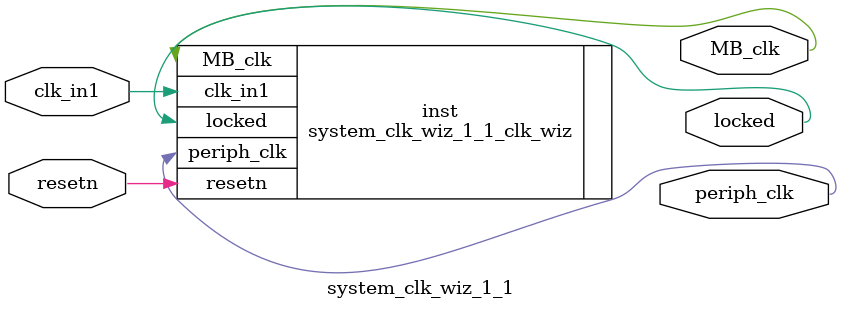
<source format=v>


`timescale 1ps/1ps

(* CORE_GENERATION_INFO = "system_clk_wiz_1_1,clk_wiz_v5_4_1_0,{component_name=system_clk_wiz_1_1,use_phase_alignment=true,use_min_o_jitter=false,use_max_i_jitter=false,use_dyn_phase_shift=false,use_inclk_switchover=false,use_dyn_reconfig=false,enable_axi=0,feedback_source=FDBK_AUTO,PRIMITIVE=MMCM,num_out_clk=2,clkin1_period=10.000,clkin2_period=10.000,use_power_down=false,use_reset=true,use_locked=true,use_inclk_stopped=false,feedback_type=SINGLE,CLOCK_MGR_TYPE=NA,manual_override=false}" *)

module system_clk_wiz_1_1 
 (
  // Clock out ports
  output        periph_clk,
  output        MB_clk,
  // Status and control signals
  input         resetn,
  output        locked,
 // Clock in ports
  input         clk_in1
 );

  system_clk_wiz_1_1_clk_wiz inst
  (
  // Clock out ports  
  .periph_clk(periph_clk),
  .MB_clk(MB_clk),
  // Status and control signals               
  .resetn(resetn), 
  .locked(locked),
 // Clock in ports
  .clk_in1(clk_in1)
  );

endmodule

</source>
